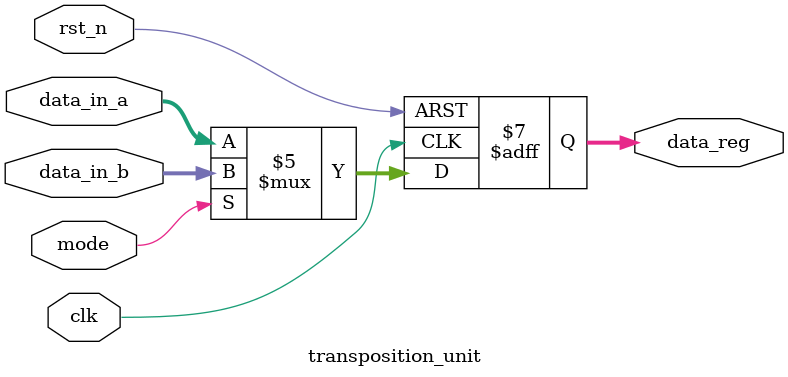
<source format=sv>
module transposition_top_default#(
    parameter DATA_WIDTH = 16,
              SYSTOLIC_WIDTH = 4
)
(
    input logic clk,
    input logic rst_n,
    input logic [SYSTOLIC_WIDTH*DATA_WIDTH-1:0] martix_in,
    output logic [SYSTOLIC_WIDTH*DATA_WIDTH-1:0] martix_out,
    input logic mode//mode 0：数据读入 mode 1:数据读出
);
    logic [DATA_WIDTH-1:0] reg_array [0:SYSTOLIC_WIDTH-1][0:SYSTOLIC_WIDTH-1];
    genvar i,j;
    generate
        for(i=0;i<SYSTOLIC_WIDTH;i=i+1)begin: row_loop
            for(j=0;j<SYSTOLIC_WIDTH;j=j+1)begin: col_loop
               transposition_unit #(
                    .DATA_WIDTH(DATA_WIDTH)
               ) transposition_unit_inst (
                    .clk(clk),
                    .rst_n(rst_n),
                    .data_in_a( (j == 0) ? martix_in[(i+1)*DATA_WIDTH-1 : i*DATA_WIDTH] : reg_array[i][j-1] ),
                    .data_in_b( (i == SYSTOLIC_WIDTH-1) ? '0 : reg_array[i+1][j] ),
                    .data_reg(reg_array[i][j]),
                    .mode(mode)
               );
            end
        end
    endgenerate
    assign martix_out = {reg_array[0][0],reg_array[0][1],reg_array[0][2],reg_array[0][3]};
endmodule

module transposition_unit#(
    parameter DATA_WIDTH =16
)
(
    input logic clk,
    input logic rst_n,
    input logic [DATA_WIDTH-1:0] data_in_a,
    input logic [DATA_WIDTH-1:0] data_in_b,
    output logic [DATA_WIDTH-1:0] data_reg,
    input logic mode//mode 0：数据读入 mode 1:数据读出
);
    always_ff @(posedge clk or negedge rst_n) begin
        if(!rst_n) begin
            data_reg <= '0;
        end else begin
            if(mode==1'b0) begin
                data_reg <= data_in_a;
            end else begin
                data_reg <= data_in_b;
            end
        end
    end
endmodule
</source>
